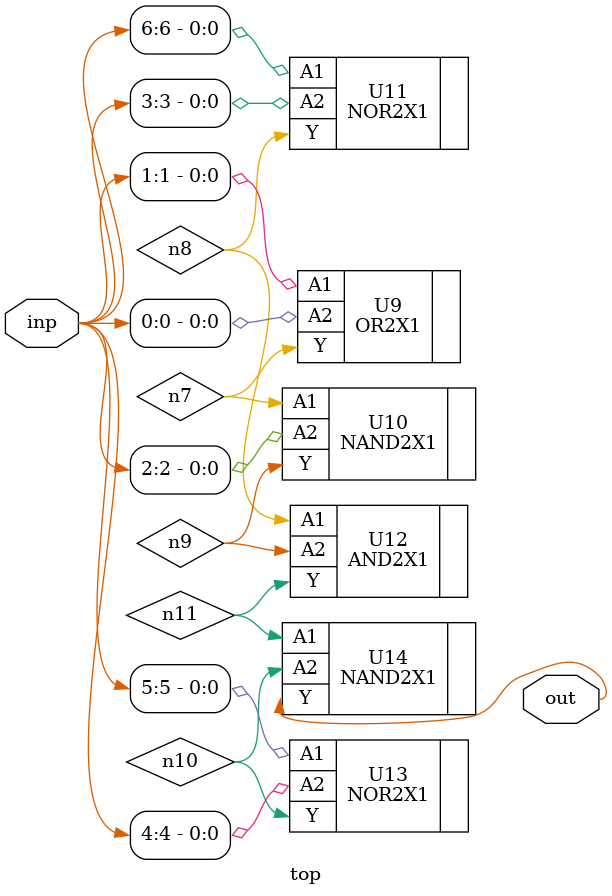
<source format=sv>


module top ( inp, out );
  input [6:0] inp;
  output out;
  wire   n7, n8, n9, n10, n11;

  OR2X1 U9 ( .A1(inp[1]), .A2(inp[0]), .Y(n7) );
  NAND2X1 U10 ( .A1(n7), .A2(inp[2]), .Y(n9) );
  NOR2X1 U11 ( .A1(inp[6]), .A2(inp[3]), .Y(n8) );
  AND2X1 U12 ( .A1(n8), .A2(n9), .Y(n11) );
  NOR2X1 U13 ( .A1(inp[5]), .A2(inp[4]), .Y(n10) );
  NAND2X1 U14 ( .A1(n11), .A2(n10), .Y(out) );
endmodule


</source>
